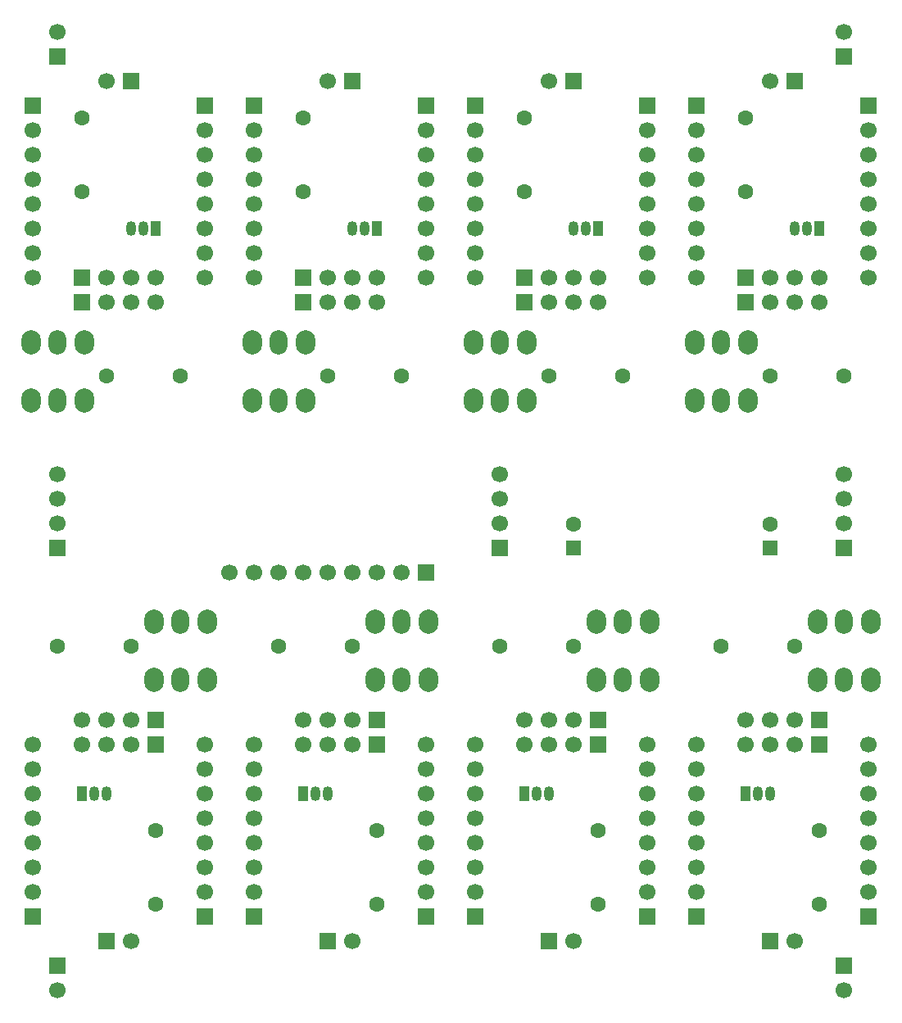
<source format=gbr>
%TF.GenerationSoftware,KiCad,Pcbnew,9.0.5*%
%TF.CreationDate,2025-10-26T10:57:22+01:00*%
%TF.ProjectId,BaseBoard,42617365-426f-4617-9264-2e6b69636164,v0.1*%
%TF.SameCoordinates,Original*%
%TF.FileFunction,Soldermask,Bot*%
%TF.FilePolarity,Negative*%
%FSLAX46Y46*%
G04 Gerber Fmt 4.6, Leading zero omitted, Abs format (unit mm)*
G04 Created by KiCad (PCBNEW 9.0.5) date 2025-10-26 10:57:22*
%MOMM*%
%LPD*%
G01*
G04 APERTURE LIST*
G04 Aperture macros list*
%AMRoundRect*
0 Rectangle with rounded corners*
0 $1 Rounding radius*
0 $2 $3 $4 $5 $6 $7 $8 $9 X,Y pos of 4 corners*
0 Add a 4 corners polygon primitive as box body*
4,1,4,$2,$3,$4,$5,$6,$7,$8,$9,$2,$3,0*
0 Add four circle primitives for the rounded corners*
1,1,$1+$1,$2,$3*
1,1,$1+$1,$4,$5*
1,1,$1+$1,$6,$7*
1,1,$1+$1,$8,$9*
0 Add four rect primitives between the rounded corners*
20,1,$1+$1,$2,$3,$4,$5,0*
20,1,$1+$1,$4,$5,$6,$7,0*
20,1,$1+$1,$6,$7,$8,$9,0*
20,1,$1+$1,$8,$9,$2,$3,0*%
G04 Aperture macros list end*
%ADD10C,1.600000*%
%ADD11RoundRect,0.250000X0.550000X-0.550000X0.550000X0.550000X-0.550000X0.550000X-0.550000X-0.550000X0*%
%ADD12R,1.700000X1.700000*%
%ADD13C,1.700000*%
%ADD14O,2.000000X2.500000*%
%ADD15O,1.850000X2.500000*%
%ADD16R,1.050000X1.500000*%
%ADD17O,1.050000X1.500000*%
G04 APERTURE END LIST*
D10*
%TO.C,C1*%
X170180000Y-73700000D03*
D11*
X170180000Y-76200000D03*
%TD*%
D10*
%TO.C,C2*%
X190500000Y-73700000D03*
D11*
X190500000Y-76200000D03*
%TD*%
D12*
%TO.C,J5-BUS6*%
X147320000Y-27940000D03*
D13*
X144780000Y-27940000D03*
%TD*%
D12*
%TO.C,J5-BUS5*%
X124460000Y-27940000D03*
D13*
X121920000Y-27940000D03*
%TD*%
D10*
%TO.C,R1-ESP5*%
X121920000Y-58420000D03*
X129540000Y-58420000D03*
%TD*%
%TO.C,R1-ESP4*%
X124460000Y-86360000D03*
X116840000Y-86360000D03*
%TD*%
D12*
%TO.C,J2-ESP2*%
X160020000Y-114300000D03*
D13*
X160020000Y-111760000D03*
X160020000Y-109220000D03*
X160020000Y-106680000D03*
X160020000Y-104140000D03*
X160020000Y-101600000D03*
X160020000Y-99060000D03*
X160020000Y-96520000D03*
%TD*%
D10*
%TO.C,R1-ESP1*%
X193040000Y-86360000D03*
X185420000Y-86360000D03*
%TD*%
D14*
%TO.C,SW-ESP1*%
X195380000Y-89820000D03*
D15*
X198120000Y-89820000D03*
D14*
X200860000Y-89820000D03*
X200860000Y-83820000D03*
D15*
X198120000Y-83820000D03*
D14*
X195380000Y-83820000D03*
%TD*%
D12*
%TO.C,COM_PWR_IN1*%
X116840000Y-76200000D03*
D13*
X116840000Y-73660000D03*
X116840000Y-71120000D03*
X116840000Y-68580000D03*
%TD*%
D10*
%TO.C,R1-ESP3*%
X147320000Y-86360000D03*
X139700000Y-86360000D03*
%TD*%
D12*
%TO.C,J2-ESP8*%
X200660000Y-30480000D03*
D13*
X200660000Y-33020000D03*
X200660000Y-35560000D03*
X200660000Y-38100000D03*
X200660000Y-40640000D03*
X200660000Y-43180000D03*
X200660000Y-45720000D03*
X200660000Y-48260000D03*
%TD*%
D12*
%TO.C,J3-BUS2*%
X172720000Y-93980000D03*
D13*
X170180000Y-93980000D03*
X167640000Y-93980000D03*
X165100000Y-93980000D03*
%TD*%
D14*
%TO.C,SW-ESP2*%
X172520000Y-89820000D03*
D15*
X175260000Y-89820000D03*
D14*
X178000000Y-89820000D03*
X178000000Y-83820000D03*
D15*
X175260000Y-83820000D03*
D14*
X172520000Y-83820000D03*
%TD*%
D12*
%TO.C,J1-ESP2*%
X177800000Y-114300000D03*
D13*
X177800000Y-111760000D03*
X177800000Y-109220000D03*
X177800000Y-106680000D03*
X177800000Y-104140000D03*
X177800000Y-101600000D03*
X177800000Y-99060000D03*
X177800000Y-96520000D03*
%TD*%
D14*
%TO.C,SW-ESP5*%
X119580000Y-54960000D03*
D15*
X116840000Y-54960000D03*
D14*
X114100000Y-54960000D03*
X114100000Y-60960000D03*
D15*
X116840000Y-60960000D03*
D14*
X119580000Y-60960000D03*
%TD*%
D16*
%TO.C,Q1-ESP8*%
X195580000Y-43180000D03*
D17*
X194310000Y-43180000D03*
X193040000Y-43180000D03*
%TD*%
D12*
%TO.C,J4-BUS6*%
X142240000Y-48260000D03*
D13*
X144780000Y-48260000D03*
X147320000Y-48260000D03*
X149860000Y-48260000D03*
%TD*%
D12*
%TO.C,J4-BUS1*%
X195580000Y-96520000D03*
D13*
X193040000Y-96520000D03*
X190500000Y-96520000D03*
X187960000Y-96520000D03*
%TD*%
D12*
%TO.C,J1*%
X162560000Y-76200000D03*
D13*
X162560000Y-73660000D03*
X162560000Y-71120000D03*
X162560000Y-68580000D03*
%TD*%
D12*
%TO.C,BUS_IN2*%
X116840000Y-25400000D03*
D13*
X116840000Y-22860000D03*
%TD*%
D14*
%TO.C,SW-ESP8*%
X188160000Y-54960000D03*
D15*
X185420000Y-54960000D03*
D14*
X182680000Y-54960000D03*
X182680000Y-60960000D03*
D15*
X185420000Y-60960000D03*
D14*
X188160000Y-60960000D03*
%TD*%
D12*
%TO.C,J2*%
X154940000Y-78740000D03*
D13*
X152400000Y-78740000D03*
X149860000Y-78740000D03*
X147320000Y-78740000D03*
X144780000Y-78740000D03*
X142240000Y-78740000D03*
X139700000Y-78740000D03*
X137160000Y-78740000D03*
X134620000Y-78740000D03*
%TD*%
D12*
%TO.C,J5-BUS7*%
X170180000Y-27940000D03*
D13*
X167640000Y-27940000D03*
%TD*%
D12*
%TO.C,J2-ESP6*%
X154940000Y-30480000D03*
D13*
X154940000Y-33020000D03*
X154940000Y-35560000D03*
X154940000Y-38100000D03*
X154940000Y-40640000D03*
X154940000Y-43180000D03*
X154940000Y-45720000D03*
X154940000Y-48260000D03*
%TD*%
D12*
%TO.C,BUS_OUT2*%
X198120000Y-25400000D03*
D13*
X198120000Y-22860000D03*
%TD*%
D10*
%TO.C,R2-ESP8*%
X187960000Y-31750000D03*
X187960000Y-39370000D03*
%TD*%
D12*
%TO.C,J1-ESP1*%
X200660000Y-114300000D03*
D13*
X200660000Y-111760000D03*
X200660000Y-109220000D03*
X200660000Y-106680000D03*
X200660000Y-104140000D03*
X200660000Y-101600000D03*
X200660000Y-99060000D03*
X200660000Y-96520000D03*
%TD*%
D14*
%TO.C,SW-ESP6*%
X142440000Y-54960000D03*
D15*
X139700000Y-54960000D03*
D14*
X136960000Y-54960000D03*
X136960000Y-60960000D03*
D15*
X139700000Y-60960000D03*
D14*
X142440000Y-60960000D03*
%TD*%
D10*
%TO.C,R2-ESP7*%
X165100000Y-31750000D03*
X165100000Y-39370000D03*
%TD*%
D16*
%TO.C,Q1-ESP1*%
X187960000Y-101600000D03*
D17*
X189230000Y-101600000D03*
X190500000Y-101600000D03*
%TD*%
D12*
%TO.C,COM_PWR_OUT1*%
X198120000Y-76200000D03*
D13*
X198120000Y-73660000D03*
X198120000Y-71120000D03*
X198120000Y-68580000D03*
%TD*%
D10*
%TO.C,R2-ESP2*%
X172720000Y-113030000D03*
X172720000Y-105410000D03*
%TD*%
D12*
%TO.C,J5-BUS3*%
X144780000Y-116840000D03*
D13*
X147320000Y-116840000D03*
%TD*%
D12*
%TO.C,J5-BUS1*%
X190500000Y-116840000D03*
D13*
X193040000Y-116840000D03*
%TD*%
D12*
%TO.C,J1-ESP7*%
X160020000Y-30480000D03*
D13*
X160020000Y-33020000D03*
X160020000Y-35560000D03*
X160020000Y-38100000D03*
X160020000Y-40640000D03*
X160020000Y-43180000D03*
X160020000Y-45720000D03*
X160020000Y-48260000D03*
%TD*%
D12*
%TO.C,J4-BUS4*%
X127000000Y-96520000D03*
D13*
X124460000Y-96520000D03*
X121920000Y-96520000D03*
X119380000Y-96520000D03*
%TD*%
D12*
%TO.C,J2-ESP1*%
X182880000Y-114300000D03*
D13*
X182880000Y-111760000D03*
X182880000Y-109220000D03*
X182880000Y-106680000D03*
X182880000Y-104140000D03*
X182880000Y-101600000D03*
X182880000Y-99060000D03*
X182880000Y-96520000D03*
%TD*%
D12*
%TO.C,J2-ESP5*%
X132080000Y-30480000D03*
D13*
X132080000Y-33020000D03*
X132080000Y-35560000D03*
X132080000Y-38100000D03*
X132080000Y-40640000D03*
X132080000Y-43180000D03*
X132080000Y-45720000D03*
X132080000Y-48260000D03*
%TD*%
D12*
%TO.C,BUS_OUT1*%
X116840000Y-119380000D03*
D13*
X116840000Y-121920000D03*
%TD*%
D12*
%TO.C,J1-ESP5*%
X114300000Y-30480000D03*
D13*
X114300000Y-33020000D03*
X114300000Y-35560000D03*
X114300000Y-38100000D03*
X114300000Y-40640000D03*
X114300000Y-43180000D03*
X114300000Y-45720000D03*
X114300000Y-48260000D03*
%TD*%
D12*
%TO.C,J1-ESP8*%
X182880000Y-30480000D03*
D13*
X182880000Y-33020000D03*
X182880000Y-35560000D03*
X182880000Y-38100000D03*
X182880000Y-40640000D03*
X182880000Y-43180000D03*
X182880000Y-45720000D03*
X182880000Y-48260000D03*
%TD*%
D12*
%TO.C,J2-ESP3*%
X137160000Y-114300000D03*
D13*
X137160000Y-111760000D03*
X137160000Y-109220000D03*
X137160000Y-106680000D03*
X137160000Y-104140000D03*
X137160000Y-101600000D03*
X137160000Y-99060000D03*
X137160000Y-96520000D03*
%TD*%
D12*
%TO.C,BUS_IN1*%
X198120000Y-119380000D03*
D13*
X198120000Y-121920000D03*
%TD*%
D12*
%TO.C,J1-ESP3*%
X154940000Y-114300000D03*
D13*
X154940000Y-111760000D03*
X154940000Y-109220000D03*
X154940000Y-106680000D03*
X154940000Y-104140000D03*
X154940000Y-101600000D03*
X154940000Y-99060000D03*
X154940000Y-96520000D03*
%TD*%
D10*
%TO.C,R1-ESP2*%
X170180000Y-86360000D03*
X162560000Y-86360000D03*
%TD*%
D12*
%TO.C,J3-BUS4*%
X127000000Y-93980000D03*
D13*
X124460000Y-93980000D03*
X121920000Y-93980000D03*
X119380000Y-93980000D03*
%TD*%
D10*
%TO.C,R2-ESP5*%
X119380000Y-31750000D03*
X119380000Y-39370000D03*
%TD*%
%TO.C,R1-ESP8*%
X190500000Y-58420000D03*
X198120000Y-58420000D03*
%TD*%
D12*
%TO.C,J3-BUS7*%
X165100000Y-50800000D03*
D13*
X167640000Y-50800000D03*
X170180000Y-50800000D03*
X172720000Y-50800000D03*
%TD*%
D10*
%TO.C,R1-ESP6*%
X144780000Y-58420000D03*
X152400000Y-58420000D03*
%TD*%
D12*
%TO.C,J4-BUS2*%
X172720000Y-96520000D03*
D13*
X170180000Y-96520000D03*
X167640000Y-96520000D03*
X165100000Y-96520000D03*
%TD*%
D12*
%TO.C,J3-BUS3*%
X149860000Y-93980000D03*
D13*
X147320000Y-93980000D03*
X144780000Y-93980000D03*
X142240000Y-93980000D03*
%TD*%
D14*
%TO.C,SW-ESP4*%
X126800000Y-89820000D03*
D15*
X129540000Y-89820000D03*
D14*
X132280000Y-89820000D03*
X132280000Y-83820000D03*
D15*
X129540000Y-83820000D03*
D14*
X126800000Y-83820000D03*
%TD*%
D12*
%TO.C,J1-ESP4*%
X132080000Y-114300000D03*
D13*
X132080000Y-111760000D03*
X132080000Y-109220000D03*
X132080000Y-106680000D03*
X132080000Y-104140000D03*
X132080000Y-101600000D03*
X132080000Y-99060000D03*
X132080000Y-96520000D03*
%TD*%
D12*
%TO.C,J1-ESP6*%
X137160000Y-30480000D03*
D13*
X137160000Y-33020000D03*
X137160000Y-35560000D03*
X137160000Y-38100000D03*
X137160000Y-40640000D03*
X137160000Y-43180000D03*
X137160000Y-45720000D03*
X137160000Y-48260000D03*
%TD*%
D10*
%TO.C,R2-ESP4*%
X127000000Y-113030000D03*
X127000000Y-105410000D03*
%TD*%
D16*
%TO.C,Q1-ESP3*%
X142240000Y-101600000D03*
D17*
X143510000Y-101600000D03*
X144780000Y-101600000D03*
%TD*%
D16*
%TO.C,Q1-ESP6*%
X149860000Y-43180000D03*
D17*
X148590000Y-43180000D03*
X147320000Y-43180000D03*
%TD*%
D10*
%TO.C,R1-ESP7*%
X167640000Y-58420000D03*
X175260000Y-58420000D03*
%TD*%
D12*
%TO.C,J5-BUS8*%
X193040000Y-27940000D03*
D13*
X190500000Y-27940000D03*
%TD*%
D10*
%TO.C,R2-ESP3*%
X149860000Y-113030000D03*
X149860000Y-105410000D03*
%TD*%
D16*
%TO.C,Q1-ESP4*%
X119380000Y-101600000D03*
D17*
X120650000Y-101600000D03*
X121920000Y-101600000D03*
%TD*%
D12*
%TO.C,J3-BUS8*%
X187960000Y-50800000D03*
D13*
X190500000Y-50800000D03*
X193040000Y-50800000D03*
X195580000Y-50800000D03*
%TD*%
D12*
%TO.C,J2-ESP4*%
X114300000Y-114300000D03*
D13*
X114300000Y-111760000D03*
X114300000Y-109220000D03*
X114300000Y-106680000D03*
X114300000Y-104140000D03*
X114300000Y-101600000D03*
X114300000Y-99060000D03*
X114300000Y-96520000D03*
%TD*%
D16*
%TO.C,Q1-ESP2*%
X165100000Y-101600000D03*
D17*
X166370000Y-101600000D03*
X167640000Y-101600000D03*
%TD*%
D12*
%TO.C,J4-BUS5*%
X119380000Y-48260000D03*
D13*
X121920000Y-48260000D03*
X124460000Y-48260000D03*
X127000000Y-48260000D03*
%TD*%
D12*
%TO.C,J4-BUS7*%
X165100000Y-48260000D03*
D13*
X167640000Y-48260000D03*
X170180000Y-48260000D03*
X172720000Y-48260000D03*
%TD*%
D14*
%TO.C,SW-ESP7*%
X165300000Y-54960000D03*
D15*
X162560000Y-54960000D03*
D14*
X159820000Y-54960000D03*
X159820000Y-60960000D03*
D15*
X162560000Y-60960000D03*
D14*
X165300000Y-60960000D03*
%TD*%
D16*
%TO.C,Q1-ESP7*%
X172720000Y-43180000D03*
D17*
X171450000Y-43180000D03*
X170180000Y-43180000D03*
%TD*%
D12*
%TO.C,J3-BUS6*%
X142240000Y-50800000D03*
D13*
X144780000Y-50800000D03*
X147320000Y-50800000D03*
X149860000Y-50800000D03*
%TD*%
D12*
%TO.C,J5-BUS2*%
X167640000Y-116840000D03*
D13*
X170180000Y-116840000D03*
%TD*%
D12*
%TO.C,J3-BUS5*%
X119380000Y-50800000D03*
D13*
X121920000Y-50800000D03*
X124460000Y-50800000D03*
X127000000Y-50800000D03*
%TD*%
D12*
%TO.C,J5-BUS4*%
X121920000Y-116840000D03*
D13*
X124460000Y-116840000D03*
%TD*%
D10*
%TO.C,R2-ESP6*%
X142240000Y-31750000D03*
X142240000Y-39370000D03*
%TD*%
%TO.C,R2-ESP1*%
X195580000Y-113030000D03*
X195580000Y-105410000D03*
%TD*%
D16*
%TO.C,Q1-ESP5*%
X127000000Y-43180000D03*
D17*
X125730000Y-43180000D03*
X124460000Y-43180000D03*
%TD*%
D12*
%TO.C,J3-BUS1*%
X195580000Y-93980000D03*
D13*
X193040000Y-93980000D03*
X190500000Y-93980000D03*
X187960000Y-93980000D03*
%TD*%
D12*
%TO.C,J4-BUS8*%
X187960000Y-48260000D03*
D13*
X190500000Y-48260000D03*
X193040000Y-48260000D03*
X195580000Y-48260000D03*
%TD*%
D14*
%TO.C,SW-ESP3*%
X149660000Y-89820000D03*
D15*
X152400000Y-89820000D03*
D14*
X155140000Y-89820000D03*
X155140000Y-83820000D03*
D15*
X152400000Y-83820000D03*
D14*
X149660000Y-83820000D03*
%TD*%
D12*
%TO.C,J4-BUS3*%
X149860000Y-96520000D03*
D13*
X147320000Y-96520000D03*
X144780000Y-96520000D03*
X142240000Y-96520000D03*
%TD*%
D12*
%TO.C,J2-ESP7*%
X177800000Y-30480000D03*
D13*
X177800000Y-33020000D03*
X177800000Y-35560000D03*
X177800000Y-38100000D03*
X177800000Y-40640000D03*
X177800000Y-43180000D03*
X177800000Y-45720000D03*
X177800000Y-48260000D03*
%TD*%
M02*

</source>
